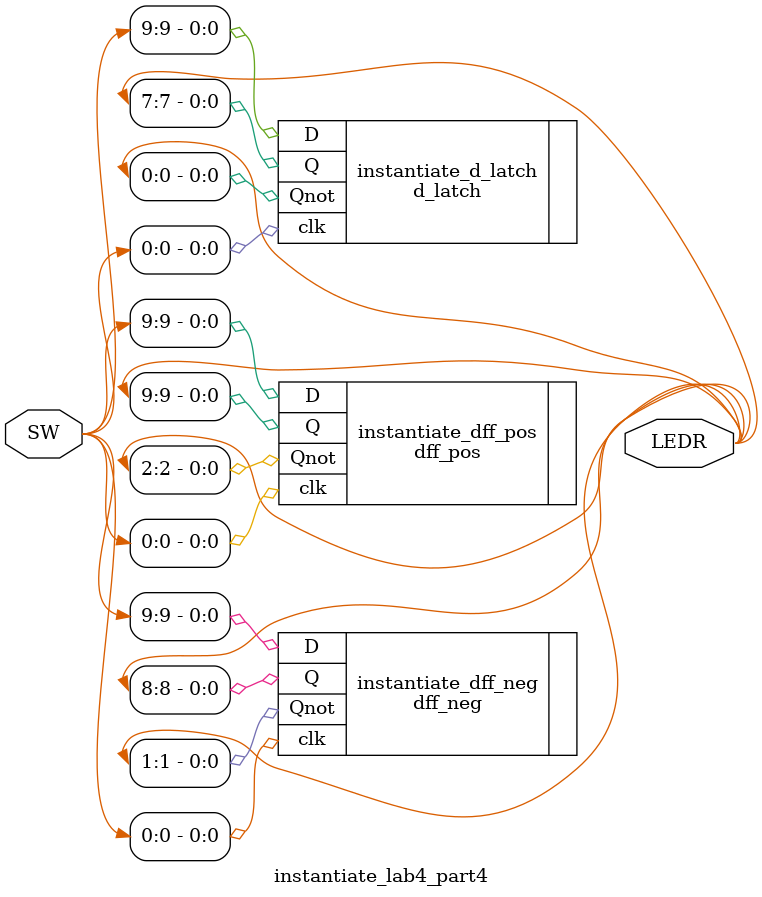
<source format=v>
module instantiate_lab4_part4(SW,LEDR);
 
	input[9:0] SW;
	output [9:0] LEDR;

	// instantiate and connect all 3 flip flops
	// Use same inputs (same switches for D, clk to all instances)
	// Use 3 separate LED outputs
	
	dff_pos instantiate_dff_pos(.D(SW[9]), .clk(SW[0]), .Q(LEDR[9]), .Qnot(LEDR[2]));

	dff_neg instantiate_dff_neg(.D(SW[9]), .clk(SW[0]), .Q(LEDR[8]), .Qnot(LEDR[1]));
	
	d_latch instantiate_d_latch(.D(SW[9]), .clk(SW[0]), .Q(LEDR[7]), .Qnot(LEDR[0]));
	
endmodule
</source>
